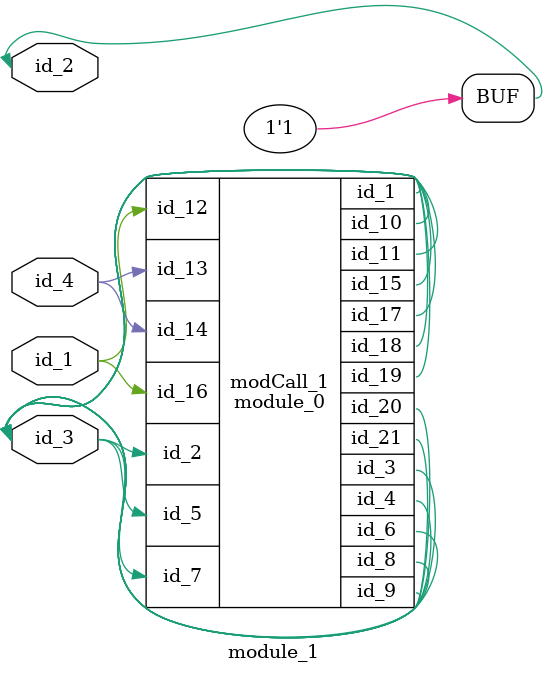
<source format=v>
module module_0 (
    id_1,
    id_2,
    id_3,
    id_4,
    id_5,
    id_6,
    id_7,
    id_8,
    id_9,
    id_10,
    id_11,
    id_12,
    id_13,
    id_14,
    id_15,
    id_16,
    id_17,
    id_18,
    id_19,
    id_20,
    id_21
);
  output wire id_21;
  inout wire id_20;
  output wire id_19;
  inout wire id_18;
  output wire id_17;
  input wire id_16;
  output wire id_15;
  input wire id_14;
  input wire id_13;
  input wire id_12;
  output wire id_11;
  inout wire id_10;
  output wire id_9;
  output wire id_8;
  input wire id_7;
  inout wire id_6;
  input wire id_5;
  output wire id_4;
  output wire id_3;
  input wire id_2;
  output wire id_1;
  wire id_22;
endmodule
module module_1 (
    id_1,
    id_2,
    id_3,
    id_4
);
  input wire id_4;
  inout wire id_3;
  inout reg id_2;
  input wire id_1;
  module_0 modCall_1 (
      id_3,
      id_3,
      id_3,
      id_3,
      id_3,
      id_3,
      id_3,
      id_3,
      id_3,
      id_3,
      id_3,
      id_1,
      id_4,
      id_4,
      id_3,
      id_1,
      id_3,
      id_3,
      id_3,
      id_3,
      id_3
  );
  always #1 begin : LABEL_0
    id_2 <= -1;
  end
endmodule

</source>
